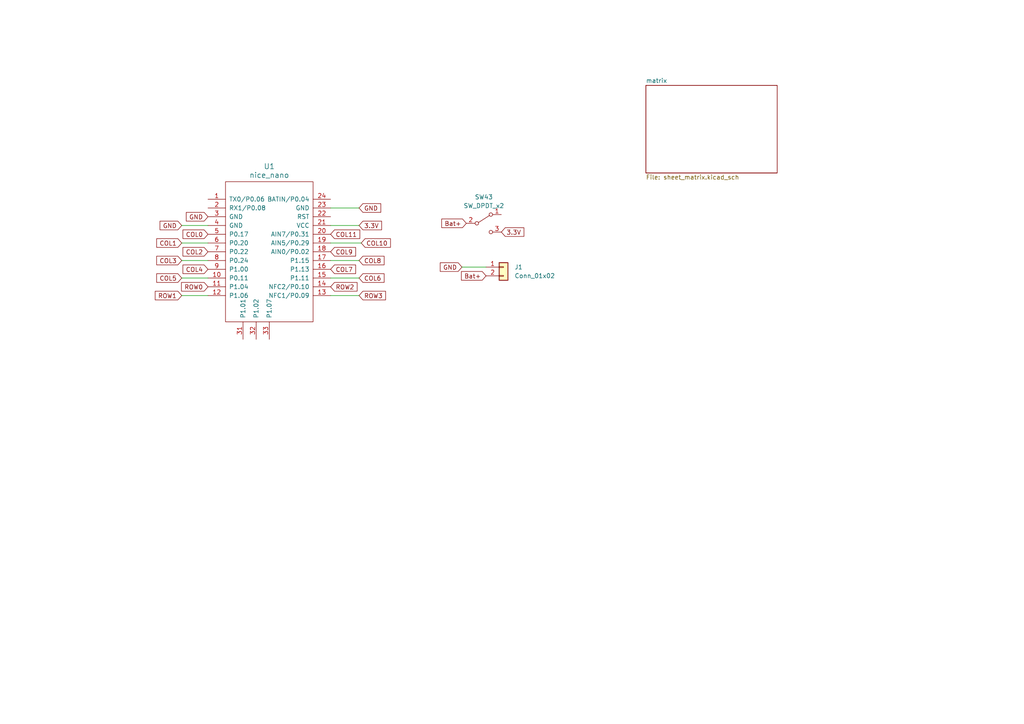
<source format=kicad_sch>
(kicad_sch (version 20231120) (generator "eeschema") (generator_version "8.0")
  (paper "A4")
  (lib_symbols
    (symbol "Connector_Generic:Conn_01x02" (pin_names (offset 1.016) hide)
      (property "Reference" "J" (at 0 2.54 0))
      (property "Value" "Conn_01x02" (at 0 -5.08 0))
      (symbol "Conn_01x02_1_1"
        (rectangle (start -1.27 -2.413) (end 0 -2.667) (stroke (width 0.1524)))
        (rectangle (start -1.27 0.127) (end 0 -0.127) (stroke (width 0.1524)))
        (rectangle (start -1.27 1.27) (end 1.27 -3.81) (stroke (width 0.254)) (fill (type background)))
        (pin passive line (at -5.08 0 0) (length 3.81) (name "Pin_1") (number "1"))
        (pin passive line (at -5.08 -2.54 0) (length 3.81) (name "Pin_2") (number "2"))
      )
    )
    (symbol "Switch:SW_SPDT" (pin_names (offset 0) hide)
      (property "Reference" "SW" (at 0 4.318 0))
      (property "Value" "SW_SPDT" (at 0 -5.08 0))
      (symbol "SW_SPDT_0_0"
        (circle (center -2.032 0) (radius 0.508))
        (circle (center 2.032 -2.54) (radius 0.508))
      )
      (symbol "SW_SPDT_0_1"
        (polyline (pts (xy -1.524 0.254) (xy 1.651 2.286)))
        (circle (center 2.032 2.54) (radius 0.508))
      )
      (symbol "SW_SPDT_1_1"
        (pin passive line (at 5.08 2.54 180) (length 2.54) (name "A") (number "1"))
        (pin passive line (at -5.08 0 0) (length 2.54) (name "B") (number "2"))
        (pin passive line (at 5.08 -2.54 180) (length 2.54) (name "C") (number "3"))
      )
    )
    (symbol "nice_nano:nice_nano" (pin_names (offset 1.016))
      (property "Reference" "U" (at 0 0 0))
      (property "Value" "nice_nano" (at 0 2.54 0))
      (symbol "nice_nano_0_1"
        (rectangle (start -12.7 -21.59) (end 12.7 19.05))
      )
      (symbol "nice_nano_1_1"
        (pin input line (at -17.78 13.97 0) (length 5.08) (name "TX0/P0.06") (number "1"))
        (pin input line (at -17.78 -8.89 0) (length 5.08) (name "P0.11") (number "10"))
        (pin input line (at -17.78 -11.43 0) (length 5.08) (name "P1.04") (number "11"))
        (pin input line (at -17.78 -13.97 0) (length 5.08) (name "P1.06") (number "12"))
        (pin input line (at 17.78 -13.97 180) (length 5.08) (name "NFC1/P0.09") (number "13"))
        (pin input line (at 17.78 -11.43 180) (length 5.08) (name "NFC2/P0.10") (number "14"))
        (pin input line (at 17.78 -8.89 180) (length 5.08) (name "P1.11") (number "15"))
        (pin input line (at 17.78 -6.35 180) (length 5.08) (name "P1.13") (number "16"))
        (pin input line (at 17.78 -3.81 180) (length 5.08) (name "P1.15") (number "17"))
        (pin input line (at 17.78 -1.27 180) (length 5.08) (name "AIN0/P0.02") (number "18"))
        (pin input line (at 17.78 1.27 180) (length 5.08) (name "AIN5/P0.29") (number "19"))
        (pin input line (at -17.78 11.43 0) (length 5.08) (name "RX1/P0.08") (number "2"))
        (pin input line (at 17.78 3.81 180) (length 5.08) (name "AIN7/P0.31") (number "20"))
        (pin input line (at 17.78 6.35 180) (length 5.08) (name "VCC") (number "21"))
        (pin input line (at 17.78 8.89 180) (length 5.08) (name "RST") (number "22"))
        (pin input line (at 17.78 11.43 180) (length 5.08) (name "GND") (number "23"))
        (pin input line (at 17.78 13.97 180) (length 5.08) (name "BATIN/P0.04") (number "24"))
        (pin input line (at -17.78 8.89 0) (length 5.08) (name "GND") (number "3"))
        (pin input line (at -7.62 -26.67 90) (length 5.08) (name "P1.01") (number "31"))
        (pin input line (at -3.81 -26.67 90) (length 5.08) (name "P1.02") (number "32"))
        (pin input line (at 0 -26.67 90) (length 5.08) (name "P1.07") (number "33"))
        (pin input line (at -17.78 6.35 0) (length 5.08) (name "GND") (number "4"))
        (pin input line (at -17.78 3.81 0) (length 5.08) (name "P0.17") (number "5"))
        (pin input line (at -17.78 1.27 0) (length 5.08) (name "P0.20") (number "6"))
        (pin input line (at -17.78 -1.27 0) (length 5.08) (name "P0.22") (number "7"))
        (pin input line (at -17.78 -3.81 0) (length 5.08) (name "P0.24") (number "8"))
        (pin input line (at -17.78 -6.35 0) (length 5.08) (name "P1.00") (number "9"))
      )
    )
  )
  (wire (pts (xy 52.705 65.405) (xy 60.325 65.405)))
  (wire (pts (xy 95.885 70.485) (xy 104.775 70.485)))
  (wire (pts (xy 52.705 70.485) (xy 60.325 70.485)))
  (wire (pts (xy 95.885 80.645) (xy 104.14 80.645)))
  (wire (pts (xy 52.705 80.645) (xy 60.325 80.645)))
  (wire (pts (xy 52.705 85.725) (xy 60.325 85.725)))
  (wire (pts (xy 95.885 85.725) (xy 104.14 85.725)))
  (wire (pts (xy 52.705 75.565) (xy 60.325 75.565)))
  (wire (pts (xy 133.985 77.47) (xy 140.97 77.47)))
  (wire (pts (xy 95.885 75.565) (xy 104.14 75.565)))
  (wire (pts (xy 104.14 65.405) (xy 95.885 65.405)))
  (wire (pts (xy 104.14 60.325) (xy 95.885 60.325)))
  (global_label "COL2" (shape input) (at 60.325 73.025 180) (property "Intersheetrefs" "${INTERSHEET_REFS}" (effects (hide yes))))
  (global_label "GND" (shape input) (at 133.985 77.47 180) (property "Intersheetrefs" "${INTERSHEET_REFS}" (effects (hide yes))))
  (global_label "COL6" (shape input) (at 104.14 80.645 0) (property "Intersheetrefs" "${INTERSHEET_REFS}" (effects (hide yes))))
  (global_label "COL7" (shape input) (at 95.885 78.105 0) (property "Intersheetrefs" "${INTERSHEET_REFS}" (effects (hide yes))))
  (global_label "COL1" (shape input) (at 52.705 70.485 180) (property "Intersheetrefs" "${INTERSHEET_REFS}" (effects (hide yes))))
  (global_label "ROW2" (shape input) (at 95.885 83.185 0) (property "Intersheetrefs" "${INTERSHEET_REFS}" (effects (hide yes))))
  (global_label "ROW0" (shape input) (at 60.325 83.185 180) (property "Intersheetrefs" "${INTERSHEET_REFS}" (effects (hide yes))))
  (global_label "GND" (shape input) (at 52.705 65.405 180) (property "Intersheetrefs" "${INTERSHEET_REFS}" (effects (hide yes))))
  (global_label "COL9" (shape input) (at 95.885 73.025 0) (property "Intersheetrefs" "${INTERSHEET_REFS}" (effects (hide yes))))
  (global_label "COL8" (shape input) (at 104.14 75.565 0) (property "Intersheetrefs" "${INTERSHEET_REFS}" (effects (hide yes))))
  (global_label "ROW1" (shape input) (at 52.705 85.725 180) (property "Intersheetrefs" "${INTERSHEET_REFS}" (effects (hide yes))))
  (global_label "COL11" (shape input) (at 95.885 67.945 0) (property "Intersheetrefs" "${INTERSHEET_REFS}" (effects (hide yes))))
  (global_label "Bat+" (shape input) (at 135.255 64.77 180) (property "Intersheetrefs" "${INTERSHEET_REFS}" (effects (hide yes))))
  (global_label "GND" (shape input) (at 60.325 62.865 180) (property "Intersheetrefs" "${INTERSHEET_REFS}" (effects (hide yes))))
  (global_label "COL10" (shape input) (at 104.775 70.485 0) (property "Intersheetrefs" "${INTERSHEET_REFS}" (effects (hide yes))))
  (global_label "COL0" (shape input) (at 60.325 67.945 180) (property "Intersheetrefs" "${INTERSHEET_REFS}" (effects (hide yes))))
  (global_label "GND" (shape input) (at 104.14 60.325 0) (property "Intersheetrefs" "${INTERSHEET_REFS}" (effects (hide yes))))
  (global_label "COL4" (shape input) (at 60.325 78.105 180) (property "Intersheetrefs" "${INTERSHEET_REFS}" (effects (hide yes))))
  (global_label "Bat+" (shape input) (at 140.97 80.01 180) (property "Intersheetrefs" "${INTERSHEET_REFS}" (effects (hide yes))))
  (global_label "3.3V" (shape input) (at 145.415 67.31 0) (property "Intersheetrefs" "${INTERSHEET_REFS}" (effects (hide yes))))
  (global_label "COL5" (shape input) (at 52.705 80.645 180) (property "Intersheetrefs" "${INTERSHEET_REFS}" (effects (hide yes))))
  (global_label "ROW3" (shape input) (at 104.14 85.725 0) (property "Intersheetrefs" "${INTERSHEET_REFS}" (effects (hide yes))))
  (global_label "COL3" (shape input) (at 52.705 75.565 180) (property "Intersheetrefs" "${INTERSHEET_REFS}" (effects (hide yes))))
  (global_label "3.3V" (shape input) (at 104.14 65.405 0) (property "Intersheetrefs" "${INTERSHEET_REFS}" (effects (hide yes))))
  (symbol (lib_id "Connector_Generic:Conn_01x02") (at 146.05 77.47 0) (unit 1)
    (property "Reference" "J1" (at 149.225 77.47 0) (effects (justify left)))
    (property "Value" "Conn_01x02" (at 149.225 80.01 0) (effects (justify left)))
    (property "Footprint" "Connector_JST:JST_ACH_BM02B-ACHSS-GAN-ETF_1x02-1MP_P1.20mm_Vertical" (effects (hide yes)))
  )
  (symbol (lib_id "nice_nano:nice_nano") (at 78.105 71.755 0) (unit 1)
    (property "Reference" "U1" (at 78.105 48.26 0) (effects (font (size 1.524 1.524))))
    (property "Value" "nice_nano" (at 78.105 50.8 0) (effects (font (size 1.524 1.524))))
    (property "Footprint" "kapee-keeb-parts:NiceNano" (effects (hide yes)))
  )
  (symbol (lib_id "Switch:SW_SPDT") (at 140.335 64.77 0) (unit 1)
    (property "Reference" "SW43" (at 140.335 57.15 0))
    (property "Value" "SW_DPDT_x2" (at 140.335 59.69 0))
    (property "Footprint" "kapee-keeb-parts:MSK12C02" (effects (hide yes)))
  )
  (sheet (at 187.325 24.765) (size 38.1 25.4)
    (property "Sheetname" "matrix" (at 187.325 24.1295 0) (effects (justify left bottom)))
    (property "Sheetfile" "sheet_matrix.kicad_sch" (at 187.325 50.6735 0) (effects (justify left top)))
  )
)
</source>
